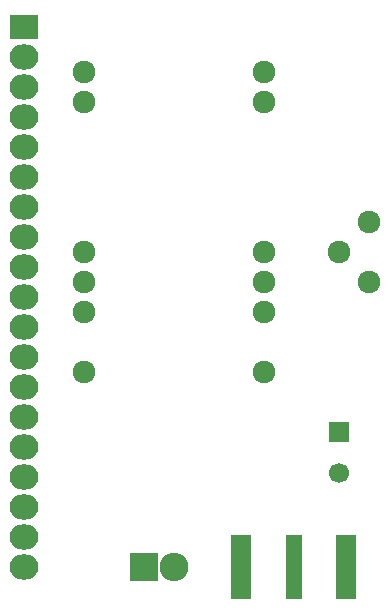
<source format=gts>
G04 #@! TF.FileFunction,Soldermask,Top*
%FSLAX46Y46*%
G04 Gerber Fmt 4.6, Leading zero omitted, Abs format (unit mm)*
G04 Created by KiCad (PCBNEW 4.0.4+e1-6308~48~ubuntu16.04.1-stable) date Fri Nov  4 19:32:53 2016*
%MOMM*%
%LPD*%
G01*
G04 APERTURE LIST*
%ADD10C,0.100000*%
%ADD11R,2.432000X2.432000*%
%ADD12O,2.432000X2.432000*%
%ADD13C,1.924000*%
%ADD14R,2.432000X2.127200*%
%ADD15O,2.432000X2.127200*%
%ADD16R,1.670000X5.480000*%
%ADD17R,1.416000X5.480000*%
%ADD18C,1.700000*%
%ADD19R,1.700000X1.700000*%
G04 APERTURE END LIST*
D10*
D11*
X69850000Y-100330000D03*
D12*
X72390000Y-100330000D03*
D13*
X86360000Y-73660000D03*
X88900000Y-71120000D03*
X88900000Y-76200000D03*
D14*
X59690000Y-54610000D03*
D15*
X59690000Y-57150000D03*
X59690000Y-59690000D03*
X59690000Y-62230000D03*
X59690000Y-64770000D03*
X59690000Y-67310000D03*
X59690000Y-69850000D03*
X59690000Y-72390000D03*
X59690000Y-74930000D03*
X59690000Y-77470000D03*
X59690000Y-80010000D03*
X59690000Y-82550000D03*
X59690000Y-85090000D03*
X59690000Y-87630000D03*
X59690000Y-90170000D03*
X59690000Y-92710000D03*
X59690000Y-95250000D03*
X59690000Y-97790000D03*
X59690000Y-100330000D03*
D16*
X78105000Y-100330000D03*
X86995000Y-100330000D03*
D17*
X82550000Y-100330000D03*
D13*
X64770000Y-58420000D03*
X64770000Y-60960000D03*
X64770000Y-73660000D03*
X64770000Y-76200000D03*
X64770000Y-78740000D03*
X64770000Y-83820000D03*
X80010000Y-83820000D03*
X80010000Y-78740000D03*
X80010000Y-76200000D03*
X80010000Y-73660000D03*
X80010000Y-60960000D03*
X80010000Y-58420000D03*
D18*
X86360000Y-92400000D03*
D19*
X86360000Y-88900000D03*
M02*

</source>
